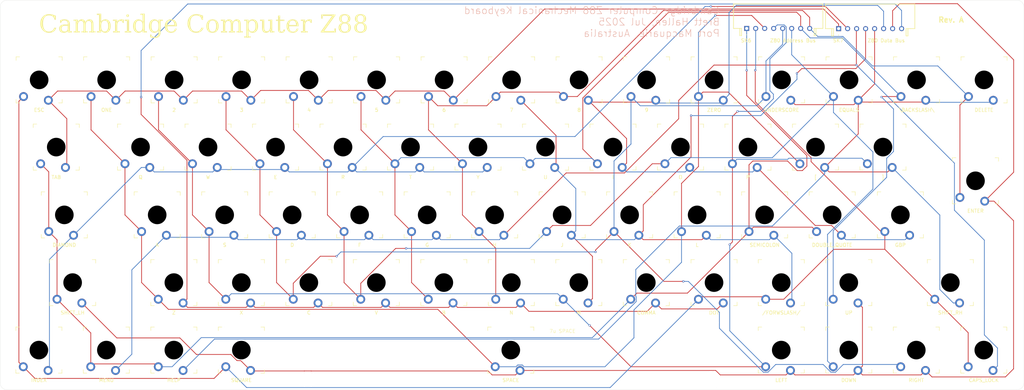
<source format=kicad_pcb>
(kicad_pcb (version 20241229) (generator "pcbnew") (generator_version "9.0")
  (title_block (title "Z88 Mechanical Keyboard (Inverted-T Cursor)") (date "4-Jul-2025") (rev "A") (company "Brett Hallen") (comment 1 "www.youtube.com/@Brfff"))
  (layers (0 "F.Cu" signal) (2 "B.Cu" signal) (13 "F.Paste" user) (15 "B.Paste" user) (5 "F.SilkS" user "F.Silkscreen") (7 "B.SilkS" user "B.Silkscreen") (1 "F.Mask" user) (3 "B.Mask" user) (25 "Edge.Cuts" user))
  (net 0 "")
  (net 1 "COL4")
  (net 2 "COL5")
  (net 3 "COL1")
  (net 4 "COL7")
  (net 5 "COL2")
  (net 6 "COL6")
  (net 7 "COL0")
  (net 8 "COL3")
  (net 9 "ROW4")
  (net 10 "ROW6")
  (net 11 "ROW5")
  (net 12 "ROW7")
  (net 13 "ROW1")
  (net 14 "ROW0")
  (net 15 "ROW3")
  (net 16 "ROW2")
  (footprint "Clueless_Engineer:SW_Gateron_LowProfile_THT" (layer "F.Cu") (at 198.3531 130.4488)
    (property "Reference" "SW32" (hide yes))
    (property "Value" "Y")
  )
  (footprint "Clueless_Engineer:SW_Gateron_LowProfile_THT" (layer "F.Cu") (at 160.2531 130.4488)
    (property "Reference" "SW30" (hide yes))
    (property "Value" "R")
  )
  (footprint "Clueless_Engineer:SW_Gateron_LowProfile_THT" (layer "F.Cu") (at 150.6794 111.4801)
    (property "Reference" "SW22" (hide yes))
    (property "Value" "4")
  )
  (footprint "Clueless_Engineer:SW_Gateron_LowProfile_THT" (layer "F.Cu") (at 164.9465 149.585)
    (property "Reference" "SW38" (hide yes))
    (property "Value" "F")
  )
  (footprint "PCM_Mounting_Keyboard_Stabilizer:Stabilizer_Cherry_MX_2.00u" (layer "F.Cu") (at 331.6706 168.6946)
    (property "Reference" "KB2" (hide yes))
    (property "Value" "" (hide yes))
  )
  (footprint "PCM_Mounting_Keyboard_Stabilizer:Stabilizer_Cherry_MX_7.00u" (layer "F.Cu") (at 207.4576 187.7446)
    (property "Reference" "KB4" (hide yes))
    (property "Value" "~")
  )
  (footprint "Clueless_Engineer:SW_Gateron_LowProfile_THT" (layer "F.Cu") (at 264.9794 111.4801)
    (property "Reference" "SW59" (hide yes))
    (property "Value" "ZERO")
  )
  (footprint "Clueless_Engineer:SW_Gateron_LowProfile_THT" (layer "F.Cu") (at 341.1794 111.4801)
    (property "Reference" "SW8" (hide yes))
    (property "Value" "DELETE")
  )
  (footprint "Clueless_Engineer:SW_Gateron_LowProfile_THT" (layer "F.Cu") (at 207.6076 187.7446)
    (property "Reference" "SW11" (hide yes))
    (property "Value" "SPACE")
  )
  (footprint "Clueless_Engineer:SW_Gateron_LowProfile_THT" (layer "F.Cu") (at 179.3031 130.4488)
    (property "Reference" "SW31" (hide yes))
    (property "Value" "T")
  )
  (footprint "Clueless_Engineer:SW_Gateron_LowProfile_THT" (layer "F.Cu") (at 131.5576 168.6946)
    (property "Reference" "SW44" (hide yes))
    (property "Value" "X")
  )
  (footprint "Clueless_Engineer:SW_Gateron_LowProfile_THT" (layer "F.Cu") (at 131.5576 187.7446)
    (property "Reference" "SW9" (hide yes))
    (property "Value" "SQUARE")
  )
  (footprint "Clueless_Engineer:SW_Gateron_LowProfile_THT" (layer "F.Cu") (at 93.5294 111.4801)
    (property "Reference" "SW19" (hide yes))
    (property "Value" "ONE")
  )
  (footprint "Clueless_Engineer:SW_Gateron_LowProfile_THT" (layer "F.Cu") (at 74.4076 187.7446)
    (property "Reference" "SW25" (hide yes))
    (property "Value" "INDEX")
  )
  (footprint "Clueless_Engineer:SW_Gateron_LowProfile_THT" (layer "F.Cu") (at 169.7294 111.4801)
    (property "Reference" "SW23" (hide yes))
    (property "Value" "5")
  )
  (footprint "Clueless_Engineer:SW_Gateron_LowProfile_THT" (layer "F.Cu") (at 81.59 149.585)
    (property "Reference" "SW26" (hide yes))
    (property "Value" "DIAMOND")
  )
  (footprint "Clueless_Engineer:55203148" (layer "F.Cu") (at 270.4681 96.9557)
    (property "Reference" "SK6" (hide yes))
    (property "Value" "Z80 Address Bus" (hide yes))
  )
  (footprint "Clueless_Engineer:SW_Gateron_LowProfile_THT" (layer "F.Cu") (at 303.0076 168.6946)
    (property "Reference" "SW15" (hide yes))
    (property "Value" "UP")
  )
  (footprint "Clueless_Engineer:SW_Gateron_LowProfile_THT" (layer "F.Cu") (at 317.5716 149.585)
    (property "Reference" "SW57" (hide yes))
    (property "Value" "GBP")
  )
  (footprint "Clueless_Engineer:SW_Gateron_LowProfile_THT" (layer "F.Cu") (at 312.6531 130.4488)
    (property "Reference" "SW4" (hide yes))
    (property "Value" "]")
  )
  (footprint "Clueless_Engineer:SW_Gateron_LowProfile_THT" (layer "F.Cu") (at 188.7076 168.6946)
    (property "Reference" "SW47" (hide yes))
    (property "Value" "B")
  )
  (footprint "Clueless_Engineer:SW_Gateron_LowProfile_THT" (layer "F.Cu") (at 283.9406 187.7446)
    (property "Reference" "SW12" (hide yes))
    (property "Value" "LEFT")
  )
  (footprint "Clueless_Engineer:SW_Gateron_LowProfile_THT" (layer "F.Cu") (at 298.3129 149.585)
    (property "Reference" "SW58" (hide yes))
    (property "Value" "DOUBLE_QUOTE")
  )
  (footprint "Clueless_Engineer:SW_Gateron_LowProfile_THT" (layer "F.Cu") (at 284.0294 111.4801)
    (property "Reference" "SW5" (hide yes))
    (property "Value" "UNDERSCORE")
  )
  (footprint "MountingHole:MountingHole_3.2mm_M3" (layer "F.Cu") (at 348.4681 92.9557)
    (property "Reference" "H2" (hide yes))
    (property "Value" "MountingHole" (hide yes))
  )
  (footprint "Clueless_Engineer:SW_Gateron_LowProfile_THT" (layer "F.Cu") (at 226.8076 168.6946)
    (property "Reference" "SW52" (hide yes))
    (property "Value" "M")
  )
  (footprint "Clueless_Engineer:SW_Gateron_LowProfile_THT" (layer "F.Cu") (at 283.9576 168.6946)
    (property "Reference" "SW49" (hide yes))
    (property "Value" "/FORWSLASH/")
  )
  (footprint "Clueless_Engineer:SW_Gateron_LowProfile_THT" (layer "F.Cu") (at 322.0576 187.7446)
    (property "Reference" "SW13" (hide yes))
    (property "Value" "RIGHT")
  )
  (footprint "PCM_Mounting_Keyboard_Stabilizer:Stabilizer_Cherry_MX_2.00u" (layer "F.Cu") (at 83.8686 168.6796)
    (property "Reference" "KB1" (hide yes))
    (property "Value" "~")
  )
  (footprint "Clueless_Engineer:SW_Gateron_LowProfile_THT" (layer "F.Cu") (at 279.2465 149.585)
    (property "Reference" "SW50" (hide yes))
    (property "Value" "SEMICOLON")
  )
  (footprint "Clueless_Engineer:SW_Gateron_LowProfile_THT" (layer "F.Cu") (at 131.6294 111.4801)
    (property "Reference" "SW21" (hide yes))
    (property "Value" "3")
  )
  (footprint "Clueless_Engineer:SW_Gateron_LowProfile_THT" (layer "F.Cu") (at 226.8794 111.4801)
    (property "Reference" "SW64" (hide yes))
    (property "Value" "8")
  )
  (footprint "Clueless_Engineer:SW_Gateron_LowProfile_THT" (layer "F.Cu") (at 245.8576 168.6946)
    (property "Reference" "SW42" (hide yes))
    (property "Value" "COMMA")
  )
  (footprint "Clueless_Engineer:SW_Gateron_LowProfile_THT" (layer "F.Cu") (at 274.5531 130.4488)
    (property "Reference" "SW60" (hide yes))
    (property "Value" "P")
  )
  (footprint "Clueless_Engineer:SW_Gateron_LowProfile_THT" (layer "F.Cu") (at 103.1031 130.4488)
    (property "Reference" "SW27" (hide yes))
    (property "Value" "Q")
  )
  (footprint "Clueless_Engineer:55203148" (layer "F.Cu") (at 296.4681 96.9557)
    (property "Reference" "SK7" (hide yes))
    (property "Value" "Z80 Data Bus" (hide yes))
  )
  (footprint "Clueless_Engineer:SW_Gateron_LowProfile_THT" (layer "F.Cu") (at 74.4794 111.4801)
    (property "Reference" "SW17" (hide yes))
    (property "Value" "ESC")
  )
  (footprint "Clueless_Engineer:SW_Gateron_LowProfile_THT" (layer "F.Cu") (at 331.6706 168.6946)
    (property "Reference" "SW1" (hide yes))
    (property "Value" "SHIFT_RH")
  )
  (footprint "Clueless_Engineer:SW_Gateron_LowProfile_THT" (layer "F.Cu") (at 236.4531 130.4488)
    (property "Reference" "SW63" (hide yes))
    (property "Value" "I")
  )
  (footprint "Clueless_Engineer:SW_Gateron_LowProfile_THT" (layer "F.Cu") (at 188.7794 111.4801)
    (property "Reference" "SW24" (hide yes))
    (property "Value" "6")
  )
  (footprint "Clueless_Engineer:SW_Gateron_LowProfile_THT" (layer "F.Cu") (at 207.8294 111.4801)
    (property "Reference" "SW56" (hide yes))
    (property "Value" "7")
  )
  (footprint "Clueless_Engineer:SW_Gateron_LowProfile_THT" (layer "F.Cu") (at 260.1965 149.585)
    (property "Reference" "SW51" (hide yes))
    (property "Value" "L")
  )
  (footprint "Clueless_Engineer:SW_Gateron_LowProfile_THT" (layer "F.Cu") (at 245.9294 111.4801)
    (property "Reference" "SW61" (hide yes))
    (property "Value" "9")
  )
  (footprint "MountingHole:MountingHole_3.2mm_M3" (layer "F.Cu") (at 67.4681 92.9557)
    (property "Reference" "H1" (hide yes))
    (property "Value" "MountingHole" (hide yes))
  )
  (footprint "Clueless_Engineer:SW_Gateron_LowProfile_THT" (layer "F.Cu") (at 264.9716 168.6946)
    (property "Reference" "SW41" (hide yes))
    (property "Value" "DOT")
  )
  (footprint "Clueless_Engineer:SW_Gateron_LowProfile_THT" (layer "F.Cu") (at 255.5031 130.4488)
    (property "Reference" "SW62" (hide yes))
    (property "Value" "O")
  )
  (footprint "Clueless_Engineer:SW_Gateron_LowProfile_THT" (layer "F.Cu") (at 183.9965 149.585)
    (property "Reference" "SW39" (hide yes))
    (property "Value" "G")
  )
  (footprint "PCM_Mounting_Keyboard_Stabilizer:Stabilizer_Cherry_MX_2.00u" (layer "F.Cu") (at 338.7056 140.022 90)
    (property "Reference" "KB3" (hide yes))
    (property "Value" "~" (hide yes))
  )
  (footprint "Clueless_Engineer:SW_Gateron_LowProfile_THT" (layer "F.Cu") (at 141.2031 130.4488)
    (property "Reference" "SW29" (hide yes))
    (property "Value" "E")
  )
  (footprint "Clueless_Engineer:SW_Gateron_LowProfile_THT" (layer "F.Cu") (at 79.3063 130.4488)
    (property "Reference" "SW18" (hide yes))
    (property "Value" "TAB")
  )
  (footprint "Clueless_Engineer:SW_Gateron_LowProfile_THT" (layer "F.Cu") (at 338.7701 139.96)
    (property "Reference" "SW16" (hide yes))
    (property "Value" "ENTER")
  )
  (footprint "Clueless_Engineer:SW_Gateron_LowProfile_THT" (layer "F.Cu") (at 203.0465 149.585)
    (property "Reference" "SW40" (hide yes))
    (property "Value" "H")
  )
  (footprint "Clueless_Engineer:SW_Gateron_LowProfile_THT" (layer "F.Cu") (at 93.4529 187.7446)
    (property "Reference" "SW34" (hide yes))
    (property "Value" "MENU")
  )
  (footprint "Clueless_Engineer:SW_Gateron_LowProfile_THT" (layer "F.Cu") (at 322.1294 111.4801)
    (property "Reference" "SW7" (hide yes))
    (property "Value" "\\BACKSLASH\\")
  )
  (footprint "Clueless_Engineer:SW_Gateron_LowProfile_THT" (layer "F.Cu") (at 341.1106 187.7446)
    (property "Reference" "SW33" (hide yes))
    (property "Value" "CAPS_LOCK")
  )
  (footprint "Clueless_Engineer:SW_Gateron_LowProfile_THT" (layer "F.Cu") (at 107.7965 149.585)
    (property "Reference" "SW35" (hide yes))
    (property "Value" "A")
  )
  (footprint "Clueless_Engineer:SW_Gateron_LowProfile_THT" (layer "F.Cu") (at 222.0965 149.585)
    (property "Reference" "SW54" (hide yes))
    (property "Value" "J")
  )
  (footprint "Clueless_Engineer:SW_Gateron_LowProfile_THT" (layer "F.Cu") (at 112.5794 111.4801)
    (property "Reference" "SW20" (hide yes))
    (property "Value" "2")
  )
  (footprint "Clueless_Engineer:SW_Gateron_LowProfile_THT" (layer "F.Cu") (at 112.5076 187.7446)
    (property "Reference" "SW2" (hide yes))
    (property "Value" "HELP")
  )
  (footprint "Clueless_Engineer:SW_Gateron_LowProfile_THT" (layer "F.Cu") (at 241.1465 149.585)
    (property "Reference" "SW53" (hide yes))
    (property "Value" "K")
  )
  (footprint "Clueless_Engineer:SW_Gateron_LowProfile_THT" (layer "F.Cu") (at 122.1531 130.4488)
    (property "Reference" "SW28" (hide yes))
    (property "Value" "W")
  )
  (footprint "Clueless_Engineer:SW_Gateron_LowProfile_THT" (layer "F.Cu") (at 112.5076 168.6946)
    (property "Reference" "SW43" (hide yes))
    (property "Value" "Z")
  )
  (footprint "Clueless_Engineer:SW_Gateron_LowProfile_THT" (layer "F.Cu") (at 303.0794 111.4801)
    (property "Reference" "SW6" (hide yes))
    (property "Value" "EQUALS")
  )
  (footprint "Clueless_Engineer:SW_Gateron_LowProfile_THT" (layer "F.Cu") (at 83.9306 168.6946)
    (property "Reference" "SW10" (hide yes))
    (property "Value" "SHIFT_LH")
  )
  (footprint "Clueless_Engineer:SW_Gateron_LowProfile_THT" (layer "F.Cu") (at 217.4031 130.4488)
    (property "Reference" "SW55" (hide yes))
    (property "Value" "U")
  )
  (footprint "Clueless_Engineer:SW_Gateron_LowProfile_THT" (layer "F.Cu") (at 207.7576 168.6946)
    (property "Reference" "SW48" (hide yes))
    (property "Value" "N")
  )
  (footprint "Clueless_Engineer:SW_Gateron_LowProfile_THT" (layer "F.Cu") (at 169.6576 168.6946)
    (property "Reference" "SW46" (hide yes))
    (property "Value" "V")
  )
  (footprint "Clueless_Engineer:SW_Gateron_LowProfile_THT" (layer "F.Cu") (at 145.8965 149.585)
    (property "Reference" "SW37" (hide yes))
    (property "Value" "D")
  )
  (footprint "Clueless_Engineer:SW_Gateron_LowProfile_THT" (layer "F.Cu") (at 293.6031 130.4488)
    (property "Reference" "SW3" (hide yes))
    (property "Value" "[")
  )
  (footprint "Clueless_Engineer:SW_Gateron_LowProfile_THT" (layer "F.Cu") (at 150.6076 168.6946)
    (property "Reference" "SW45" (hide yes))
    (property "Value" "C")
  )
  (footprint "Clueless_Engineer:SW_Gateron_LowProfile_THT" (layer "F.Cu") (at 303.0076 187.7446)
    (property "Reference" "SW14" (hide yes))
    (property "Value" "DOWN")
  )
  (footprint "Clueless_Engineer:SW_Gateron_LowProfile_THT" (layer "F.Cu") (at 126.8465 149.585)
    (property "Reference" "SW36" (hide yes))
    (property "Value" "S")
  )
  (gr_arc (start 63.456986 90.955654) (mid 64.042772 89.54144) (end 65.456986 88.955654) (stroke (width 0.05)) (layer "Edge.Cuts"))
  (gr_line (start 63.456986 196.955654) (end 63.456986 90.955654) (stroke (width 0.05)) (layer "Edge.Cuts"))
  (gr_arc (start 350.456986 88.955654) (mid 351.871225 89.541433) (end 352.456986 90.955654) (stroke (width 0.05)) (layer "Edge.Cuts"))
  (gr_line (start 65.456986 88.955654) (end 350.456986 88.955654) (stroke (width 0.05)) (layer "Edge.Cuts"))
  (gr_line (start 350.456986 198.955654) (end 65.456986 198.955654) (stroke (width 0.05)) (layer "Edge.Cuts"))
  (gr_arc (start 352.456986 196.955654) (mid 351.8712 198.369868) (end 350.456986 198.955654) (stroke (width 0.05)) (layer "Edge.Cuts"))
  (gr_line (start 352.456986 90.955654) (end 352.456986 196.955654) (stroke (width 0.05)) (layer "Edge.Cuts"))
  (gr_arc (start 65.456986 198.955654) (mid 64.042771 198.369869) (end 63.456986 196.955654) (stroke (width 0.05)) (layer "Edge.Cuts"))
  (gr_text "Rev. A" (at 328.1576 95.4046 0) (layer "F.SilkS") (effects (font (size 1.5 1.5) (thickness 0.3) (bold yes)) (justify left bottom)))
  (gr_text "Cambridge Computer Z88" (at 74.4076 98.955654 0) (layer "F.SilkS") (effects (font (size 5 5) (thickness 0.1)) (justify left bottom)))
  (gr_text "7u SPACE" (at 218.456986 182.957836 0) (layer "F.SilkS") (effects (font (size 1 1) (thickness 0.1)) (justify left bottom)))
  (gr_text "SK6       Z80 Address Bus" (at 272.468125 100.955654 0) (layer "F.SilkS") (effects (font (size 1 1)) (justify left bottom)))
  (gr_text "SK7         Z80 Data Bus" (at 298.468125 100.955654 0) (layer "F.SilkS") (effects (font (size 1 1)) (justify left bottom)))
  (gr_text "Cambridge Computer Z88 Mechanical Keyboard\nBrett Hallen, Jul 2025\nPort Macquarie, Australia" (at 266.697594 99.498058 0) (layer "B.SilkS") (effects (font (size 2 2)) (justify left bottom mirror)))
  (segment (start 250.8061 168.3446) (end 256.2976 168.3446) (width 0.2) (layer "F.Cu") (net 1))
  (segment (start 136.8031 149.5916) (end 141.4965 154.285) (width 0.2) (layer "F.Cu") (net 1))
  (segment (start 127.2294 116.1801) (end 127.2294 125.5751) (width 0.2) (layer "F.Cu") (net 1))
  (segment (start 127.2294 125.5751) (end 136.8031 135.1488) (width 0.2) (layer "F.Cu") (net 1))
  (segment (start 136.8031 135.1488) (end 136.8031 149.5916) (width 0.2) (layer "F.Cu") (net 1))
  (segment (start 141.4965 168.6835) (end 146.2076 173.3946) (width 0.2) (layer "F.Cu") (net 1))
  (segment (start 231.5276 160.0346) (end 231.5276 159.5039) (width 0.2) (layer "F.Cu") (net 1))
  (segment (start 146.2076 173.3946) (end 146.2076 168.8859) (width 0.2) (layer "F.Cu") (net 1))
  (segment (start 146.2076 168.8859) (end 153.8389 161.2546) (width 0.2) (layer "F.Cu") (net 1))
  (segment (start 141.4965 154.285) (end 141.4965 168.6835) (width 0.2) (layer "F.Cu") (net 1))
  (segment (start 231.5276 159.5039) (end 236.7465 154.285) (width 0.2) (layer "F.Cu") (net 1))
  (segment (start 153.8389 161.2546) (end 158.4376 161.2546) (width 0.2) (layer "F.Cu") (net 1))
  (segment (start 236.7465 154.285) (end 250.8061 168.3446) (width 0.2) (layer "F.Cu") (net 1))
  (via (at 158.4376 161.2546) (size 0.6) (drill 0.3) (layers "F.Cu" "B.Cu") (net 1))
  (via (at 256.2976 168.3446) (size 0.6) (drill 0.3) (layers "F.Cu" "B.Cu") (net 1))
  (via (at 231.5276 160.0346) (size 0.6) (drill 0.3) (layers "F.Cu" "B.Cu") (net 1))
  (segment (start 236.7465 134.3641) (end 241.5294 129.5812) (width 0.2) (layer "B.Cu") (net 1))
  (segment (start 277.0284 118.7811) (end 279.6294 116.1801) (width 0.2) (layer "B.Cu") (net 1))
  (segment (start 241.5294 116.1801) (end 244.1304 118.7811) (width 0.2) (layer "B.Cu") (net 1))
  (segment (start 159.6576 160.0346) (end 231.5276 160.0346) (width 0.2) (layer "B.Cu") (net 1))
  (segment (start 244.1304 118.7811) (end 277.0284 118.7811) (width 0.2) (layer "B.Cu") (net 1))
  (segment (start 317.6576 192.4446) (end 317.015154 191.802154) (width 0.2) (layer "B.Cu") (net 1))
  (segment (start 280.183046 193.9956) (end 278.898154 193.9956) (width 0.2) (layer "B.Cu") (net 1))
  (segment (start 266.4826 181.580046) (end 266.4826 177.112154) (width 0.2) (layer "B.Cu") (net 1))
  (segment (start 317.015154 191.802154) (end 301.443492 191.802154) (width 0.2) (layer "B.Cu") (net 1))
  (segment (start 297.965154 193.9956) (end 295.771708 191.802154) (width 0.2) (layer "B.Cu") (net 1))
  (segment (start 282.376492 191.802154) (end 280.183046 193.9956) (width 0.2) (layer "B.Cu") (net 1))
  (segment (start 301.443492 191.802154) (end 299.250046 193.9956) (width 0.2) (layer "B.Cu") (net 1))
  (segment (start 279.6294 106.1328) (end 284.3481 101.4141) (width 0.2) (layer "B.Cu") (net 1))
  (segment (start 241.5294 129.5812) (end 241.5294 116.1801) (width 0.2) (layer "B.Cu") (net 1))
  (segment (start 278.898154 193.9956) (end 266.4826 181.580046) (width 0.2) (layer "B.Cu") (net 1))
  (segment (start 257.715046 168.3446) (end 256.2976 168.3446) (width 0.2) (layer "B.Cu") (net 1))
  (segment (start 266.4826 177.112154) (end 257.715046 168.3446) (width 0.2) (layer "B.Cu") (net 1))
  (segment (start 279.6294 116.1801) (end 279.6294 106.1328) (width 0.2) (layer "B.Cu") (net 1))
  (segment (start 295.771708 191.802154) (end 282.376492 191.802154) (width 0.2) (layer "B.Cu") (net 1))
  (segment (start 299.250046 193.9956) (end 297.965154 193.9956) (width 0.2) (layer "B.Cu") (net 1))
  (segment (start 236.7465 154.285) (end 236.7465 134.3641) (width 0.2) (layer "B.Cu") (net 1))
  (segment (start 158.4376 161.2546) (end 159.6576 160.0346) (width 0.2) (layer "B.Cu") (net 1))
  (segment (start 284.3481 101.4141) (end 284.3481 96.9557) (width 0.2) (layer "B.Cu") (net 1))
  (segment (start 251.1031 135.1488) (end 247.5334 135.1488) (width 0.2) (layer "F.Cu") (net 2))
  (segment (start 155.8531 135.1488) (end 155.8531 149.5916) (width 0.2) (layer "F.Cu") (net 2))
  (segment (start 230.1212 152.561) (end 219.4205 152.561) (width 0.2) (layer "F.Cu") (net 2))
  (segment (start 160.5465 154.285) (end 160.5465 168.6835) (width 0.2) (layer "F.Cu") (net 2))
  (segment (start 219.4205 152.561) (end 217.6965 154.285) (width 0.2) (layer "F.Cu") (net 2))
  (segment (start 175.1089 159.0346) (end 178.0576 159.0346) (width 0.2) (layer "F.Cu") (net 2))
  (segment (start 160.5465 168.6835) (end 165.2576 173.3946) (width 0.2) (layer "F.Cu") (net 2))
  (segment (start 165.2576 173.3946) (end 165.2576 168.8859) (width 0.2) (layer "F.Cu") (net 2))
  (segment (start 146.2794 116.1801) (end 146.2794 125.5751) (width 0.2) (layer "F.Cu") (net 2))
  (segment (start 146.2794 125.5751) (end 155.8531 135.1488) (width 0.2) (layer "F.Cu") (net 2))
  (segment (start 247.5334 135.1488) (end 230.1212 152.561) (width 0.2) (layer "F.Cu") (net 2))
  (segment (start 165.2576 168.8859) (end 175.1089 159.0346) (width 0.2) (layer "F.Cu") (net 2))
  (segment (start 155.8531 149.5916) (end 160.5465 154.285) (width 0.2) (layer "F.Cu") (net 2))
  (via (at 178.0576 159.0346) (size 0.6) (drill 0.3) (layers "F.Cu" "B.Cu") (net 2))
  (segment (start 286.8881 96.9557) (end 286.8881 104.3888) (width 0.2) (layer "B.Cu") (net 2))
  (segment (start 178.0576 159.0346) (end 212.9469 159.0346) (width 0.2) (layer "B.Cu") (net 2))
  (segment (start 298.6794 120.6838) (end 298.6794 116.1801) (width 0.2) (layer "B.Cu") (net 2))
  (segment (start 212.9469 159.0346) (end 217.6965 154.285) (width 0.2) (layer "B.Cu") (net 2))
  (segment (start 297.0076 155.099) (end 309.8041 142.3025) (width 0.2) (layer "B.Cu") (net 2))
  (segment (start 286.8881 104.3888) (end 298.6794 116.1801) (width 0.2) (layer "B.Cu") (net 2))
  (segment (start 297.0076 190.8446) (end 297.0076 155.099) (width 0.2) (layer "B.Cu") (net 2))
  (segment (start 252.8271 133.4248) (end 281.4347 133.4248) (width 0.2) (layer "B.Cu") (net 2))
  (segment (start 309.8041 131.8085) (end 298.6794 120.6838) (width 0.2) (layer "B.Cu") (net 2))
  (segment (start 309.8041 142.3025) (end 309.8041 131.8085) (width 0.2) (layer "B.Cu") (net 2))
  (segment (start 298.6076 192.4446) (end 297.0076 190.8446) (width 0.2) (layer "B.Cu") (net 2))
  (segment (start 251.1031 135.1488) (end 252.8271 133.4248) (width 0.2) (layer "B.Cu") (net 2))
  (segment (start 281.4347 133.4248) (end 298.6794 116.1801) (width 0.2) (layer "B.Cu") (net 2))
  (segment (start 291.1676 132.8446) (end 291.1676 135.8246) (width 0.2) (layer "F.Cu") (net 3))
  (segment (start 289.9076 137.0846) (end 288.4276 137.0846) (width 0.2) (layer "F.Cu") (net 3))
  (segment (start 77.19 137.4325) (end 74.9063 135.1488) (width 0.2) (layer "F.Cu") (net 3))
  (segment (start 285.7176 134.3746) (end 275.9176 134.3746) (width 0.2) (layer "F.Cu") (net 3))
  (segment (start 288.4276 137.0846) (end 285.7176 134.3746) (width 0.2) (layer "F.Cu") (net 3))
  (segment (start 89.8629 191.6346) (end 107.2976 191.6346) (width 0.2) (layer "F.Cu") (net 3))
  (segment (start 243.1816 171.6706) (end 257.4609 171.6706) (width 0.2) (layer "F.Cu") (net 3))
  (segment (start 274.1881 108.7751) (end 274.1881 115.8651) (width 0.2) (layer "F.Cu") (net 3))
  (segment (start 89.0529 192.4446) (end 89.8629 191.6346) (width 0.2) (layer "F.Cu") (net 3))
  (segment (start 257.4609 171.6706) (end 274.8465 154.285) (width 0.2) (layer "F.Cu") (net 3))
  (segment (start 89.0529 192.4446) (end 89.0529 182.9169) (width 0.2) (layer "F.Cu") (net 3))
  (segment (start 275.9176 134.3746) (end 274.8465 135.4457) (width 0.2) (layer "F.Cu") (net 3))
  (segment (start 276.0769 153.0546) (end 292.6825 153.0546) (width 0.2) (layer "F.Cu") (net 3))
  (segment (start 107.2976 191.6346) (end 108.1076 192.4446) (width 0.2) (layer "F.Cu") (net 3))
  (segment (start 274.1881 115.8651) (end 291.1676 132.8446) (width 0.2) (layer "F.Cu") (net 3))
  (segment (start 79.5306 173.3946) (end 79.5306 156.6256) (width 0.2) (layer "F.Cu") (net 3))
  (segment (start 292.6825 153.0546) (end 293.9129 154.285) (width 0.2) (layer "F.Cu") (net 3))
  (segment (start 274.8465 154.285) (end 276.0769 153.0546) (width 0.2) (layer "F.Cu") (net 3))
  (segment (start 291.1676 135.8246) (end 289.9076 137.0846) (width 0.2) (layer "F.Cu") (net 3))
  (segment (start 77.19 154.285) (end 77.19 137.4325) (width 0.2) (layer "F.Cu") (net 3))
  (segment (start 79.5306 156.6256) (end 77.19 154.285) (width 0.2) (layer "F.Cu") (net 3))
  (segment (start 241.4576 173.3946) (end 243.1816 171.6706) (width 0.2) (layer "F.Cu") (net 3))
  (segment (start 89.0529 182.9169) (end 79.5306 173.3946) (width 0.2) (layer "F.Cu") (net 3))
  (segment (start 274.8465 135.4457) (end 274.8465 154.285) (width 0.2) (layer "F.Cu") (net 3))
  (via (at 274.1881 108.7751) (size 0.6) (drill 0.3) (layers "F.Cu" "B.Cu") (net 3))
  (segment (start 108.1076 192.4446) (end 112.0163 192.4446) (width 0.2) (layer "B.Cu") (net 3))
  (segment (start 230.6176 184.2346) (end 241.4576 173.3946) (width 0.2) (layer "B.Cu") (net 3))
  (segment (start 112.0163 192.4446) (end 120.2263 184.2346) (width 0.2) (layer "B.Cu") (net 3))
  (segment (start 274.1881 108.7751) (end 274.1881 96.9557) (width 0.2) (layer "B.Cu") (net 3))
  (segment (start 120.2263 184.2346) (end 230.6176 184.2346) (width 0.2) (layer "B.Cu") (net 3))
  (segment (start 226.3881 116.1801) (end 250.6826 91.8856) (width 0.2) (layer "F.Cu") (net 4))
  (segment (start 291.9681 93.8751) (end 291.9681 96.9557) (width 0.2) (layer "F.Cu") (net 4))
  (segment (start 203.4294 116.1801) (end 200.8284 118.7811) (width 0.2) (layer "F.Cu") (net 4))
  (segment (start 334.3701 118.5894) (end 336.7794 116.1801) (width 0.2) (layer "F.Cu") (net 4))
  (segment (start 334.3701 144.66) (end 334.3701 118.5894) (width 0.2) (layer "F.Cu") (net 4))
  (segment (start 203.3576 158.9961) (end 198.6465 154.285) (width 0.2) (layer "F.Cu") (net 4))
  (segment (start 193.9531 149.5916) (end 198.6465 154.285) (width 0.2) (layer "F.Cu") (net 4))
  (segment (start 204.679399 114.930101) (end 221.229401 114.930101) (width 0.2) (layer "F.Cu") (net 4))
  (segment (start 203.4294 116.1801) (end 204.679399 114.930101) (width 0.2) (layer "F.Cu") (net 4))
  (segment (start 289.9786 91.8856) (end 291.9681 93.8751) (width 0.2) (layer "F.Cu") (net 4))
  (segment (start 184.3794 116.1801) (end 184.3794 125.5751) (width 0.2) (layer "F.Cu") (net 4))
  (segment (start 250.6826 91.8856) (end 289.9786 91.8856) (width 0.2) (layer "F.Cu") (net 4))
  (segment (start 200.8284 118.7811) (end 186.9804 118.7811) (width 0.2) (layer "F.Cu") (net 4))
  (segment (start 184.3794 125.5751) (end 193.9531 135.1488) (width 0.2) (layer "F.Cu") (net 4))
  (segment (start 186.9804 118.7811) (end 184.3794 116.1801) (width 0.2) (layer "F.Cu") (net 4))
  (segment (start 222.4794 116.1801) (end 226.3881 116.1801) (width 0.2) (layer "F.Cu") (net 4))
  (segment (start 203.3576 173.3946) (end 203.3576 158.9961) (width 0.2) (layer "F.Cu") (net 4))
  (segment (start 193.9531 135.1488) (end 193.9531 149.5916) (width 0.2) (layer "F.Cu") (net 4))
  (segment (start 221.229401 114.930101) (end 222.4794 116.1801) (width 0.2) (layer "F.Cu") (net 4))
  (segment (start 291.9681 96.9557) (end 294.236 99.2236) (width 0.2) (layer "B.Cu") (net 4))
  (segment (start 301.5749 99.4585) (end 309.661 107.5446) (width 0.2) (layer "B.Cu") (net 4))
  (segment (start 301.34 99.2236) (end 301.5749 99.4585) (width 0.2) (layer "B.Cu") (net 4))
  (segment (start 294.236 99.2236) (end 301.0078 99.2236) (width 0.2) (layer "B.Cu") (net 4))
  (segment (start 301.0078 99.2236) (end 301.34 99.2236) (width 0.2) (layer "B.Cu") (net 4))
  (segment (start 309.661 107.5446) (end 328.1439 107.5446) (width 0.2) (layer "B.Cu") (net 4))
  (segment (start 328.1439 107.5446) (end 336.7794 116.1801) (width 0.2) (layer "B.Cu") (net 4))
  (segment (start 98.7031 149.5916) (end 103.3965 154.285) (width 0.2) (layer "F.Cu") (net 5))
  (segment (start 265.3376 93.2946) (end 275.607 93.2946) (width 0.2) (layer "F.Cu") (net 5))
  (segment (start 260.5794 135.915946) (end 255.7965 140.698846) (width 0.2) (layer "F.Cu") (net 5))
  (segment (start 98.7031 135.1488) (end 98.7031 149.5916) (width 0.2) (layer "F.Cu") (net 5))
  (segment (start 255.7965 140.698846) (end 255.7965 154.285) (width 0.2) (layer "F.Cu") (net 5))
  (segment (start 89.1294 116.1801) (end 89.1294 125.5751) (width 0.2) (layer "F.Cu") (net 5))
  (segment (start 110.9476 176.2346) (end 186.9976 176.2346) (width 0.2) (layer "F.Cu") (net 5))
  (segment (start 260.5794 116.1801) (end 261.829399 114.930101) (width 0.2) (layer "F.Cu") (net 5))
  (segment (start 103.3965 168.6835) (end 108.1076 173.3946) (width 0.2) (layer "F.Cu") (net 5))
  (segment (start 186.9976 176.2346) (end 203.2076 192.4446) (width 0.2) (layer "F.Cu") (net 5))
  (segment (start 261.829399 114.930101) (end 268.984401 114.930101) (width 0.2) (layer "F.Cu") (net 5))
  (segment (start 268.984401 114.930101) (end 289.2031 135.1488) (width 0.2) (layer "F.Cu") (net 5))
  (segment (start 260.5794 116.1801) (end 260.5794 135.915946) (width 0.2) (layer "F.Cu") (net 5))
  (segment (start 108.1076 173.3946) (end 110.9476 176.2346) (width 0.2) (layer "F.Cu") (net 5))
  (segment (start 275.607 93.2946) (end 279.2681 96.9557) (width 0.2) (layer "F.Cu") (net 5))
  (segment (start 103.3965 154.285) (end 103.3965 168.6835) (width 0.2) (layer "F.Cu") (net 5))
  (segment (start 89.1294 125.5751) (end 98.7031 135.1488) (width 0.2) (layer "F.Cu") (net 5))
  (via (at 265.3376 93.2946) (size 0.6) (drill 0.3) (layers "F.Cu" "B.Cu") (net 5))
  (segment (start 209.064154 192.4446) (end 209.565154 191.9436) (width 0.2) (layer "B.Cu") (net 5))
  (segment (start 211.351046 192.4446) (end 234.1876 192.4446) (width 0.2) (layer "B.Cu") (net 5))
  (segment (start 260.5794 98.0528) (end 265.3376 93.2946) (width 0.2) (layer "B.Cu") (net 5))
  (segment (start 209.565154 191.9436) (end 210.850046 191.9436) (width 0.2) (layer "B.Cu") (net 5))
  (segment (start 234.1876 192.4446) (end 242.3643 184.2679) (width 0.2) (layer "B.Cu") (net 5))
  (segment (start 260.5794 116.1801) (end 260.5794 98.0528) (width 0.2) (layer "B.Cu") (net 5))
  (segment (start 203.2076 192.4446) (end 209.064154 192.4446) (width 0.2) (layer "B.Cu") (net 5))
  (segment (start 242.3643 184.2679) (end 242.3643 176.3966) (width 0.2) (layer "B.Cu") (net 5))
  (segment (start 210.850046 191.9436) (end 211.351046 192.4446) (width 0.2) (layer "B.Cu") (net 5))
  (segment (start 255.7965 162.9644) (end 255.7965 154.285) (width 0.2) (layer "B.Cu") (net 5))
  (segment (start 242.3643 176.3966) (end 255.7965 162.9644) (width 0.2) (layer "B.Cu") (net 5))
  (segment (start 289.4281 93.7551) (end 289.4281 96.9557) (width 0.2) (layer "F.Cu") (net 6))
  (segment (start 252.131454 92.3846) (end 288.2876 92.3846) (width 0.2) (layer "F.Cu") (net 6))
  (segment (start 289.4281 93.5251) (end 289.4281 93.7551) (width 0.2) (layer "F.Cu") (net 6))
  (segment (start 232.0531 135.1488) (end 227.9284 131.0241) (width 0.2) (layer "F.Cu") (net 6))
  (segment (start 227.9284 131.0241) (end 227.9284 116.587654) (width 0.2) (layer "F.Cu") (net 6))
  (segment (start 179.5965 154.285) (end 179.5965 168.6835) (width 0.2) (layer "F.Cu") (net 6))
  (segment (start 174.9031 149.5916) (end 179.5965 154.285) (width 0.2) (layer "F.Cu") (net 6))
  (segment (start 165.3294 125.5751) (end 174.9031 135.1488) (width 0.2) (layer "F.Cu") (net 6))
  (segment (start 179.5965 168.6835) (end 184.3076 173.3946) (width 0.2) (layer "F.Cu") (net 6))
  (segment (start 165.3294 116.1801) (end 165.3294 125.5751) (width 0.2) (layer "F.Cu") (net 6))
  (segment (start 227.9284 116.587654) (end 252.131454 92.3846) (width 0.2) (layer "F.Cu") (net 6))
  (segment (start 288.2876 92.3846) (end 289.4281 93.5251) (width 0.2) (layer "F.Cu") (net 6))
  (segment (start 312.3821 116.1801) (end 317.7294 116.1801) (width 0.2) (layer "F.Cu") (net 6))
  (segment (start 312.2476 116.3146) (end 312.3821 116.1801) (width 0.2) (layer "F.Cu") (net 6))
  (segment (start 174.9031 135.1488) (end 174.9031 149.5916) (width 0.2) (layer "F.Cu") (net 6))
  (via (at 312.2476 116.3146) (size 0.6) (drill 0.3) (layers "F.Cu" "B.Cu") (net 6))
  (segment (start 174.9031 135.1488) (end 176.6271 133.4248) (width 0.2) (layer "B.Cu") (net 6))
  (segment (start 301.1739 99.6246) (end 317.7294 116.1801) (width 0.2) (layer "B.Cu") (net 6))
  (segment (start 230.5489 133.6446) (end 232.0531 135.1488) (width 0.2) (layer "B.Cu") (net 6))
  (segment (start 211.2791 133.4248) (end 213.0031 135.1488) (width 0.2) (layer "B.Cu") (net 6))
  (segment (start 214.5073 133.6446) (end 230.5489 133.6446) (width 0.2) (layer "B.Cu") (net 6))
  (segment (start 315.6291 131.6815) (end 315.6291 119.6961) (width 0.2) (layer "B.Cu") (net 6))
  (segment (start 298.6076 173.3946) (end 298.6076 154.0661) (width 0.2) (layer "B.Cu") (net 6))
  (segment (start 176.6271 133.4248) (end 211.2791 133.4248) (width 0.2) (layer "B.Cu") (net 6))
  (segment (start 298.6076 154.0661) (end 313.7021 138.9716) (width 0.2) (layer "B.Cu") (net 6))
  (segment (start 313.7021 138.9716) (end 313.7021 133.6085) (width 0.2) (layer "B.Cu") (net 6))
  (segment (start 315.6291 119.6961) (end 312.2476 116.3146) (width 0.2) (layer "B.Cu") (net 6))
  (segment (start 213.0031 135.1488) (end 214.5073 133.6446) (width 0.2) (layer "B.Cu") (net 6))
  (segment (start 313.7021 133.6085) (end 315.6291 131.6815) (width 0.2) (layer "B.Cu") (net 6))
  (segment (start 289.4281 96.9557) (end 292.097 99.6246) (width 0.2) (layer "B.Cu") (net 6))
  (segment (start 292.097 99.6246) (end 301.1739 99.6246) (width 0.2) (layer "B.Cu") (net 6))
  (segment (start 261.2716 172.6946) (end 260.5716 173.3946) (width 0.2) (layer "F.Cu") (net 7))
  (segment (start 298.7566 159.2956) (end 313.1716 159.2956) (width 0.2) (layer "F.Cu") (net 7))
  (segment (start 73.2976 195.7346) (end 123.8676 195.7346) (width 0.2) (layer "F.Cu") (net 7))
  (segment (start 279.5576 173.3946) (end 278.8576 172.6946) (width 0.2) (layer "F.Cu") (net 7))
  (segment (start 279.5576 173.3946) (end 284.6576 173.3946) (width 0.2) (layer "F.Cu") (net 7))
  (segment (start 123.8676 195.7346) (end 127.1576 192.4446) (width 0.2) (layer "F.Cu") (net 7))
  (segment (start 336.7106 192.4446) (end 336.7106 182.8346) (width 0.2) (layer "F.Cu") (net 7))
  (segment (start 292.3704 134.559546) (end 292.3704 133.4248) (width 0.2) (layer "F.Cu") (net 7))
  (segment (start 327.2706 173.3946) (end 313.1716 159.2956) (width 0.2) (layer "F.Cu") (net 7))
  (segment (start 276.6076 117.662) (end 276.6076 108.7446) (width 0.2) (layer "F.Cu") (net 7))
  (segment (start 70.0076 192.4446) (end 68.757601 191.194601) (width 0.2) (layer "F.Cu") (net 7))
  (segment (start 68.757601 117.501899) (end 70.0794 116.1801) (width 0.2) (layer "F.Cu") (net 7))
  (segment (start 278.8576 172.6946) (end 261.2716 172.6946) (width 0.2) (layer "F.Cu") (net 7))
  (segment (start 313.1716 159.2956) (end 313.1716 154.285) (width 0.2) (layer "F.Cu") (net 7))
  (segment (start 292.3704 133.4248) (end 276.6076 117.662) (width 0.2) (layer "F.Cu") (net 7))
  (segment (start 312.095854 154.285) (end 292.3704 134.559546) (width 0.2) (layer "F.Cu") (net 7))
  (segment (start 313.1716 154.285) (end 312.095854 154.285) (width 0.2) (layer "F.Cu") (net 7))
  (segment (start 68.757601 191.194601) (end 68.757601 117.501899) (width 0.2) (layer "F.Cu") (net 7))
  (segment (start 70.0076 192.4446) (end 73.2976 195.7346) (width 0.2) (layer "F.Cu") (net 7))
  (segment (start 336.7106 182.8346) (end 327.2706 173.3946) (width 0.2) (layer "F.Cu") (net 7))
  (segment (start 284.6576 173.3946) (end 298.7566 159.2956) (width 0.2) (layer "F.Cu") (net 7))
  (via (at 276.6076 108.7446) (size 0.6) (drill 0.3) (layers "F.Cu" "B.Cu") (net 7))
  (segment (start 127.1576 192.4446) (end 133.0275 198.3145) (width 0.2) (layer "B.Cu") (net 7))
  (segment (start 133.0275 198.3145) (end 235.6517 198.3145) (width 0.2) (layer "B.Cu") (net 7))
  (segment (start 276.7281 96.9557) (end 276.7281 108.6241) (width 0.2) (layer "B.Cu") (net 7))
  (segment (start 276.7281 108.6241) (end 276.6076 108.7446) (width 0.2) (layer "B.Cu") (net 7))
  (segment (start 235.6517 198.3145) (end 260.5716 173.3946) (width 0.2) (layer "B.Cu") (net 7))
  (segment (start 117.7531 135.1488) (end 117.7531 149.5916) (width 0.2) (layer "F.Cu") (net 8))
  (segment (start 270.1531 121.8191) (end 271.6176 120.3546) (width 0.2) (layer "F.Cu") (net 8))
  (segment (start 270.1531 135.1488) (end 270.1531 121.8191) (width 0.2) (layer "F.Cu") (net 8))
  (segment (start 270.1531 157.2091) (end 269.4076 157.9546) (width 0.2) (layer "F.Cu") (net 8))
  (segment (start 122.4465 154.285) (end 122.4465 168.6835) (width 0.2) (layer "F.Cu") (net 8))
  (segment (start 229.8476 180.7646) (end 241.5276 192.4446) (width 0.2) (layer "F.Cu") (net 8))
  (segment (start 108.1794 125.5751) (end 117.7531 135.1488) (width 0.2) (layer "F.Cu") (net 8))
  (segment (start 241.5276 192.4446) (end 279.5406 192.4446) (width 0.2) (layer "F.Cu") (net 8))
  (segment (start 117.7531 149.5916) (end 122.4465 154.285) (width 0.2) (layer "F.Cu") (net 8))
  (segment (start 108.1794 116.1801) (end 108.1794 125.5751) (width 0.2) (layer "F.Cu") (net 8))
  (segment (start 122.4465 168.6835) (end 127.1576 173.3946) (width 0.2) (layer "F.Cu") (net 8))
  (segment (start 270.1531 135.1488) (end 270.1531 157.2091) (width 0.2) (layer "F.Cu") (net 8))
  (via (at 229.8476 180.7646) (size 0.6) (drill 0.3) (layers "F.Cu" "B.Cu") (net 8))
  (via (at 269.4076 157.9546) (size 0.6) (drill 0.3) (layers "F.Cu" "B.Cu") (net 8))
  (via (at 271.6176 120.3546) (size 0.6) (drill 0.3) (layers "F.Cu" "B.Cu") (net 8))
  (segment (start 278.1776 120.3546) (end 271.6176 120.3546) (width 0.2) (layer "B.Cu") (net 8))
  (segment (start 281.8081 96.9557) (end 282.8111 95.9527) (width 0.2) (layer "B.Cu") (net 8))
  (segment (start 279.5406 192.4446) (end 269.4076 182.3116) (width 0.2) (layer "B.Cu") (net 8))
  (segment (start 269.4076 182.3116) (end 269.4076 157.9546) (width 0.2) (layer "B.Cu") (net 8))
  (segment (start 128.7086 171.8436) (end 220.8566 171.8436) (width 0.2) (layer "B.Cu") (net 8))
  (segment (start 127.1576 173.3946) (end 128.7086 171.8436) (width 0.2) (layer "B.Cu") (net 8))
  (segment (start 285.3511 100.9782) (end 280.7276 105.6017) (width 0.2) (layer "B.Cu") (net 8))
  (segment (start 306.7021 133.5978) (end 308.2531 135.1488) (width 0.2) (layer "B.Cu") (net 8))
  (segment (start 286.060656 133.5978) (end 306.7021 133.5978) (width 0.2) (layer "B.Cu") (net 8))
  (segment (start 220.8566 171.8436) (end 222.4076 173.3946) (width 0.2) (layer "B.Cu") (net 8))
  (segment (start 281.7276 116.8046) (end 278.1776 120.3546) (width 0.2) (layer "B.Cu") (net 8))
  (segment (start 285.3511 96.540243) (end 285.3511 100.9782) (width 0.2) (layer "B.Cu") (net 8))
  (segment (start 271.403099 133.898801) (end 285.759655 133.898801) (width 0.2) (layer "B.Cu") (net 8))
  (segment (start 281.7276 115.5146) (end 281.7276 116.8046) (width 0.2) (layer "B.Cu") (net 8))
  (segment (start 222.4076 173.3946) (end 229.7776 180.7646) (width 0.2) (layer "B.Cu") (net 8))
  (segment (start 280.7276 105.6017) (end 280.7276 114.5146) (width 0.2) (layer "B.Cu") (net 8))
  (segment (start 280.7276 114.5146) (end 281.7276 115.5146) (width 0.2) (layer "B.Cu") (net 8))
  (segment (start 271.6176 120.3546) (end 271.4776 120.3546) (width 0.2) (layer "B.Cu") (net 8))
  (segment (start 285.759655 133.898801) (end 286.060656 133.5978) (width 0.2) (layer "B.Cu") (net 8))
  (segment (start 282.8111 95.9527) (end 284.763557 95.9527) (width 0.2) (layer "B.Cu") (net 8))
  (segment (start 270.1531 135.1488) (end 271.403099 133.898801) (width 0.2) (layer "B.Cu") (net 8))
  (segment (start 229.7776 180.7646) (end 229.8476 180.7646) (width 0.2) (layer "B.Cu") (net 8))
  (segment (start 284.763557 95.9527) (end 285.3511 96.540243) (width 0.2) (layer "B.Cu") (net 8))
  (segment (start 264.9462 107.3046) (end 305.1376 107.3046) (width 0.2) (layer "F.Cu") (net 9))
  (segment (start 223.2317 137.7498) (end 239.695546 137.7498) (width 0.2) (layer "F.Cu") (net 9))
  (segment (start 254.9976 122.447746) (end 254.9976 117.2532) (width 0.2) (layer "F.Cu") (net 9))
  (segment (start 305.1376 107.3046) (end 305.1376 97.096743) (width 0.2) (layer "F.Cu") (net 9))
  (segment (start 239.695546 137.7498) (end 254.9976 122.447746) (width 0.2) (layer "F.Cu") (net 9))
  (segment (start 254.9976 117.2532) (end 264.9462 107.3046) (width 0.2) (layer "F.Cu") (net 9))
  (segment (start 305.1376 97.096743) (end 305.218643 97.0157) (width 0.2) (layer "F.Cu") (net 9))
  (segment (start 205.6465 155.335) (end 223.2317 137.7498) (width 0.2) (layer "F.Cu") (net 9))
  (via (at 305.1376 107.3046) (size 0.6) (drill 0.3) (layers "F.Cu" "B.Cu") (net 9))
  (segment (start 186.5965 155.335) (end 187.846499 156.584999) (width 0.2) (layer "B.Cu") (net 9))
  (segment (start 147.246501 156.584999) (end 148.4965 155.335) (width 0.2) (layer "B.Cu") (net 9))
  (segment (start 100.6376 165.0939) (end 100.6376 188.9099) (width 0.2) (layer "B.Cu") (net 9))
  (segment (start 341.2637 183.4607) (end 344.960599 187.157599) (width 0.2) (layer "B.Cu") (net 9))
  (segment (start 204.396501 156.584999) (end 205.6465 155.335) (width 0.2) (layer "B.Cu") (net 9))
  (segment (start 166.296501 156.584999) (end 167.5465 155.335) (width 0.2) (layer "B.Cu") (net 9))
  (segment (start 110.3965 155.335) (end 110.9661 155.9046) (width 0.2) (layer "B.Cu") (net 9))
  (segment (start 129.4465 155.335) (end 130.696499 156.584999) (width 0.2) (layer "B.Cu") (net 9))
  (segment (start 168.796499 156.584999) (end 185.346501 156.584999) (width 0.2) (layer "B.Cu") (net 9))
  (segment (start 185.346501 156.584999) (end 186.5965 155.335) (width 0.2) (layer "B.Cu") (net 9))
  (segment (start 187.846499 156.584999) (end 204.396501 156.584999) (width 0.2) (layer "B.Cu") (net 9))
  (segment (start 100.6376 188.9099) (end 96.0529 193.4946) (width 0.2) (layer "B.Cu") (net 9))
  (segment (start 167.5465 155.335) (end 168.796499 156.584999) (width 0.2) (layer "B.Cu") (net 9))
  (segment (start 341.2637 156.71305) (end 341.2637 183.4607) (width 0.2) (layer "B.Cu") (net 9))
  (segment (start 149.746499 156.584999) (end 166.296501 156.584999) (width 0.2) (layer "B.Cu") (net 9))
  (segment (start 110.9661 155.9046) (end 128.8769 155.9046) (width 0.2) (layer "B.Cu") (net 9))
  (segment (start 332.8191 134.9861) (end 332.8191 148.26845) (width 0.2) (layer "B.Cu") (net 9))
  (segment (start 344.960599 192.244601) (end 343.7106 193.4946) (width 0.2) (layer "B.Cu") (net 9))
  (segment (start 128.8769 155.9046) (end 129.4465 155.335) (width 0.2) (layer "B.Cu") (net 9))
  (segment (start 305.1376 107.3046) (end 332.8191 134.9861) (width 0.2) (layer "B.Cu") (net 9))
  (segment (start 148.4965 155.335) (end 149.746499 156.584999) (width 0.2) (layer "B.Cu") (net 9))
  (segment (start 130.696499 156.584999) (end 147.246501 156.584999) (width 0.2) (layer "B.Cu") (net 9))
  (segment (start 344.960599 187.157599) (end 344.960599 192.244601) (width 0.2) (layer "B.Cu") (net 9))
  (segment (start 332.8191 148.26845) (end 341.2637 156.71305) (width 0.2) (layer "B.Cu") (net 9))
  (segment (start 110.3965 155.335) (end 100.6376 165.0939) (width 0.2) (layer "B.Cu") (net 9))
  (segment (start 229.4076 174.4446) (end 230.657599 173.194601) (width 0.2) (layer "F.Cu") (net 10))
  (segment (start 230.657599 161.296099) (end 224.6965 155.335) (width 0.2) (layer "F.Cu") (net 10))
  (segment (start 261.546501 156.584999) (end 262.7965 155.335) (width 0.2) (layer "F.Cu") (net 10))
  (segment (start 210.4294 117.2301) (end 220.3791 127.1798) (width 0.2) (layer "F.Cu") (net 10))
  (segment (start 307.758643 105.5335) (end 307.758643 97.0157) (width 0.2) (layer "F.Cu") (net 10))
  (segment (start 304.998543 108.2936) (end 307.758643 105.5335) (width 0.2) (layer "F.Cu") (net 10))
  (segment (start 220.3791 127.1798) (end 220.3791 135.8228) (width 0.2) (layer "F.Cu") (net 10))
  (segment (start 288.3776 109.6346) (end 289.7186 108.2936) (width 0.2) (layer "F.Cu") (net 10))
  (segment (start 220.3791 135.8228) (end 220.0031 136.1988) (width 0.2) (layer "F.Cu") (net 10))
  (segment (start 225.0725 154.959) (end 224.6965 155.335) (width 0.2) (layer "F.Cu") (net 10))
  (segment (start 230.657599 173.194601) (end 230.657599 161.296099) (width 0.2) (layer "F.Cu") (net 10))
  (segment (start 243.7465 155.335) (end 244.996499 156.584999) (width 0.2) (layer "F.Cu") (net 10))
  (segment (start 244.996499 154.085001) (end 244.996499 146.726301) (width 0.2) (layer "F.Cu") (net 10))
  (segment (start 243.7465 155.335) (end 244.996499 154.085001) (width 0.2) (layer "F.Cu") (net 10))
  (segment (start 244.996499 146.726301) (end 258.4791 133.2437) (width 0.2) (layer "F.Cu") (net 10))
  (segment (start 244.996499 156.584999) (end 261.546501 156.584999) (width 0.2) (layer "F.Cu") (net 10))
  (segment (start 289.7186 108.2936) (end 304.998543 108.2936) (width 0.2) (layer "F.Cu") (net 10))
  (segment (start 258.4791 133.2437) (end 258.4791 121.5661) (width 0.2) (layer "F.Cu") (net 10))
  (via (at 258.4791 121.5661) (size 0.6) (drill 0.3) (layers "F.Cu" "B.Cu") (net 10))
  (via (at 288.3776 109.6346) (size 0.6) (drill 0.3) (layers "F.Cu" "B.Cu") (net 10))
  (segment (start 264.046499 156.584999) (end 280.596501 156.584999) (width 0.2) (layer "B.Cu") (net 10))
  (segment (start 281.8465 155.335) (end 286.9336 160.4221) (width 0.2) (layer "B.Cu") (net 10))
  (segment (start 286.9336 160.4221) (end 286.9336 174.0686) (width 0.2) (layer "B.Cu") (net 10))
  (segment (start 262.7965 155.335) (end 264.046499 156.584999) (width 0.2) (layer "B.Cu") (net 10))
  (segment (start 288.3776 111.3406) (end 288.3776 109.6346) (width 0.2) (layer "B.Cu") (net 10))
  (segment (start 225.946499 154.085001) (end 224.6965 155.335) (width 0.2) (layer "B.Cu") (net 10))
  (segment (start 242.496501 156.584999) (end 243.7465 155.335) (width 0.2) (layer "B.Cu") (net 10))
  (segment (start 258.4791 121.5661) (end 278.1521 121.5661) (width 0.2) (layer "B.Cu") (net 10))
  (segment (start 225.946499 156.584999) (end 242.496501 156.584999) (width 0.2) (layer "B.Cu") (net 10))
  (segment (start 280.596501 156.584999) (end 281.8465 155.335) (width 0.2) (layer "B.Cu") (net 10))
  (segment (start 278.1521 121.5661) (end 288.3776 111.3406) (width 0.2) (layer "B.Cu") (net 10))
  (segment (start 220.0031 136.1988) (end 225.946499 142.142199) (width 0.2) (layer "B.Cu") (net 10))
  (segment (start 225.946499 142.142199) (end 225.946499 154.085001) (width 0.2) (layer "B.Cu") (net 10))
  (segment (start 286.9336 174.0686) (end 286.5576 174.4446) (width 0.2) (layer "B.Cu") (net 10))
  (segment (start 224.6965 155.335) (end 225.946499 156.584999) (width 0.2) (layer "B.Cu") (net 10))
  (segment (start 209.107601 175.694599) (end 210.3576 174.4446) (width 0.2) (layer "F.Cu") (net 11))
  (segment (start 172.2576 174.4446) (end 173.507599 175.694599) (width 0.2) (layer "F.Cu") (net 11))
  (segment (start 116.2021 173.3501) (end 116.2021 134.1649) (width 0.2) (layer "F.Cu") (net 11))
  (segment (start 210.3576 174.4446) (end 212.7176 176.8046) (width 0.2) (layer "F.Cu") (net 11))
  (segment (start 134.1576 174.4446) (end 135.407599 175.694599) (width 0.2) (layer "F.Cu") (net 11))
  (segment (start 103.2676 116.3446) (end 103.2676 116.2546) (width 0.2) (layer "F.Cu") (net 11))
  (segment (start 116.2021 134.1649) (end 103.2676 121.2304) (width 0.2) (layer "F.Cu") (net 11))
  (segment (start 171.007601 175.694599) (end 172.2576 174.4446) (width 0.2) (layer "F.Cu") (net 11))
  (segment (start 250.1276 176.1146) (end 265.9016 176.1146) (width 0.2) (layer "F.Cu") (net 11))
  (segment (start 212.7176 176.8046) (end 246.0976 176.8046) (width 0.2) (layer "F.Cu") (net 11))
  (segment (start 132.907601 175.694599) (end 134.1576 174.4446) (width 0.2) (layer "F.Cu") (net 11))
  (segment (start 173.507599 175.694599) (end 190.057601 175.694599) (width 0.2) (layer "F.Cu") (net 11))
  (segment (start 154.457599 175.694599) (end 171.007601 175.694599) (width 0.2) (layer "F.Cu") (net 11))
  (segment (start 192.557599 175.694599) (end 209.107601 175.694599) (width 0.2) (layer "F.Cu") (net 11))
  (segment (start 115.1076 174.4446) (end 116.357599 175.694599) (width 0.2) (layer "F.Cu") (net 11))
  (segment (start 103.2676 121.2304) (end 103.2676 116.3446) (width 0.2) (layer "F.Cu") (net 11))
  (segment (start 153.2076 174.4446) (end 154.457599 175.694599) (width 0.2) (layer "F.Cu") (net 11))
  (segment (start 191.3076 174.4446) (end 192.557599 175.694599) (width 0.2) (layer "F.Cu") (net 11))
  (segment (start 265.9016 176.1146) (end 267.5716 174.4446) (width 0.2) (layer "F.Cu") (net 11))
  (segment (start 248.4576 174.4446) (end 250.1276 176.1146) (width 0.2) (layer "F.Cu") (net 11))
  (segment (start 246.0976 176.8046) (end 248.4576 174.4446) (width 0.2) (layer "F.Cu") (net 11))
  (segment (start 116.357599 175.694599) (end 132.907601 175.694599) (width 0.2) (layer "F.Cu") (net 11))
  (segment (start 115.1076 174.4446) (end 116.2021 173.3501) (width 0.2) (layer "F.Cu") (net 11))
  (segment (start 190.057601 175.694599) (end 191.3076 174.4446) (width 0.2) (layer "F.Cu") (net 11))
  (segment (start 135.407599 175.694599) (end 151.957601 175.694599) (width 0.2) (layer "F.Cu") (net 11))
  (segment (start 151.957601 175.694599) (end 153.2076 174.4446) (width 0.2) (layer "F.Cu") (net 11))
  (via (at 103.2676 116.3446) (size 0.6) (drill 0.3) (layers "F.Cu" "B.Cu") (net 11))
  (segment (start 317.918643 91.915643) (end 317.918643 97.0157) (width 0.2) (layer "B.Cu") (net 11))
  (segment (start 116.4076 90.0546) (end 316.0576 90.0546) (width 0.2) (layer "B.Cu") (net 11))
  (segment (start 103.2676 116.3446) (end 103.2676 103.1946) (width 0.2) (layer "B.Cu") (net 11))
  (segment (start 316.0576 90.0546) (end 317.918643 91.915643) (width 0.2) (layer "B.Cu") (net 11))
  (segment (start 103.2676 103.1946) (end 116.4076 90.0546) (width 0.2) (layer "B.Cu") (net 11))
  (segment (start 298.1389 152.561) (end 300.9129 155.335) (width 0.2) (layer "F.Cu") (net 12))
  (segment (start 240.303099 134.948801) (end 239.0531 136.1988) (width 0.2) (layer "F.Cu") (net 12))
  (segment (start 229.4794 117.2301) (end 230.0139 117.7646) (width 0.2) (layer "F.Cu") (net 12))
  (segment (start 240.303099 128.053799) (end 240.303099 134.948801) (width 0.2) (layer "F.Cu") (net 12))
  (segment (start 247.9949 117.7646) (end 248.5294 117.2301) (width 0.2) (layer "F.Cu") (net 12))
  (segment (start 230.0139 117.7646) (end 247.9949 117.7646) (width 0.2) (layer "F.Cu") (net 12))
  (segment (start 229.4794 117.2301) (end 240.303099 128.053799) (width 0.2) (layer "F.Cu") (net 12))
  (segment (start 277.1531 136.1988) (end 293.5153 152.561) (width 0.2) (layer "F.Cu") (net 12))
  (segment (start 293.5153 152.561) (end 298.1389 152.561) (width 0.2) (layer "F.Cu") (net 12))
  (segment (start 269.20125 115.60825) (end 269.20125 92.50095) (width 0.2) (layer "B.Cu") (net 12))
  (segment (start 266.7949 118.0146) (end 267.5794 117.2301) (width 0.2) (layer "B.Cu") (net 12))
  (segment (start 302.162899 156.584999) (end 300.9129 155.335) (width 0.2) (layer "B.Cu") (net 12))
  (segment (start 320.1716 155.335) (end 318.921601 156.584999) (width 0.2) (layer "B.Cu") (net 12))
  (segment (start 239.0531 136.1988) (end 240.303099 137.448799) (width 0.2) (layer "B.Cu") (net 12))
  (segment (start 318.921601 156.584999) (end 302.162899 156.584999) (width 0.2) (layer "B.Cu") (net 12))
  (segment (start 240.303099 137.448799) (end 256.853101 137.448799) (width 0.2) (layer "B.Cu") (net 12))
  (segment (start 248.5294 117.2301) (end 249.3139 118.0146) (width 0.2) (layer "B.Cu") (net 12))
  (segment (start 312.838643 92.125643) (end 312.838643 97.0157) (width 0.2) (layer "B.Cu") (net 12))
  (segment (start 259.353099 137.448799) (end 275.903101 137.448799) (width 0.2) (layer "B.Cu") (net 12))
  (segment (start 269.20125 115.60825) (end 269.2276 115.5819) (width 0.2) (layer "B.Cu") (net 12))
  (segment (start 267.5794 117.2301) (end 269.20125 115.60825) (width 0.2) (layer "B.Cu") (net 12))
  (segment (start 271.2476 90.4546) (end 311.1676 90.4546) (width 0.2) (layer "B.Cu") (net 12))
  (segment (start 311.1676 90.4546) (end 312.838643 92.125643) (width 0.2) (layer "B.Cu") (net 12))
  (segment (start 256.853101 137.448799) (end 258.1031 136.1988) (width 0.2) (layer "B.Cu") (net 12))
  (segment (start 275.903101 137.448799) (end 277.1531 136.1988) (width 0.2) (layer "B.Cu") (net 12))
  (segment (start 249.3139 118.0146) (end 266.7949 118.0146) (width 0.2) (layer "B.Cu") (net 12))
  (segment (start 269.20125 92.50095) (end 271.2476 90.4546) (width 0.2) (layer "B.Cu") (net 12))
  (segment (start 258.1031 136.1988) (end 259.353099 137.448799) (width 0.2) (layer "B.Cu") (net 12))
  (segment (start 304.357601 194.744599) (end 305.6076 193.4946) (width 0.2) (layer "F.Cu") (net 13))
  (segment (start 324.6576 193.4946) (end 326.4776 195.3146) (width 0.2) (layer "F.Cu") (net 13))
  (segment (start 305.6076 193.4946) (end 306.857599 194.744599) (width 0.2) (layer "F.Cu") (net 13))
  (segment (start 306.857599 192.244601) (end 306.857599 175.694599) (width 0.2) (layer "F.Cu") (net 13))
  (segment (start 306.857599 194.744599) (end 323.407601 194.744599) (width 0.2) (layer "F.Cu") (net 13))
  (segment (start 202.317599 194.744599) (end 208.957601 194.744599) (width 0.2) (layer "F.Cu") (net 13))
  (segment (start 86.5306 174.4446) (end 96.3906 184.3046) (width 0.2) (layer "F.Cu") (net 13))
  (segment (start 118.8703 188.9773) (end 128.5816 188.9773) (width 0.2) (layer "F.Cu") (net 13))
  (segment (start 349.5176 193.0246) (end 349.5176 151.230811) (width 0.2) (layer "F.Cu") (net 13))
  (segment (start 326.4776 195.3146) (end 347.2276 195.3146) (width 0.2) (layer "F.Cu") (net 13))
  (segment (start 349.5476 105.8246) (end 333.6976 89.9746) (width 0.2) (layer "F.Cu") (net 13))
  (segment (start 266.698788 194.744599) (end 285.290601 194.744599) (width 0.2) (layer "F.Cu") (net 13))
  (segment (start 149.336311 193.6247) (end 151.278889 193.6247) (width 0.2) (layer "F.Cu") (net 13))
  (segment (start 349.5176 151.230811) (end 343.996789 145.71) (width 0.2) (layer "F.Cu") (net 13))
  (segment (start 285.290601 194.744599) (end 286.5406 193.4946) (width 0.2) (layer "F.Cu") (net 13))
  (segment (start 286.5406 193.4946) (end 287.790599 194.744599) (width 0.2) (layer "F.Cu") (net 13))
  (segment (start 201.2076 193.6346) (end 202.317599 194.744599) (width 0.2) (layer "F.Cu") (net 13))
  (segment (start 341.3701 145.71) (end 349.5476 137.5325) (width 0.2) (layer "F.Cu") (net 13))
  (segment (start 134.2976 193.6346) (end 149.326411 193.6346) (width 0.2) (layer "F.Cu") (net 13))
  (segment (start 114.1976 184.3046) (end 118.8703 188.9773) (width 0.2) (layer "F.Cu") (net 13))
  (segment (start 96.3906 184.3046) (end 114.1976 184.3046) (width 0.2) (layer "F.Cu") (net 13))
  (segment (start 306.857599 175.694599) (end 305.6076 174.4446) (width 0.2) (layer "F.Cu") (net 13))
  (segment (start 128.5816 188.9773) (end 130.3249 190.7206) (width 0.2) (layer "F.Cu") (net 13))
  (segment (start 333.6976 89.9746) (end 317.3576 89.9746) (width 0.2) (layer "F.Cu") (net 13))
  (segment (start 134.1576 193.4946) (end 134.2976 193.6346) (width 0.2) (layer "F.Cu") (net 13))
  (segment (start 210.2076 193.4946) (end 265.448789 193.4946) (width 0.2) (layer "F.Cu") (net 13))
  (segment (start 347.2276 195.3146) (end 349.5176 193.0246) (width 0.2) (layer "F.Cu") (net 13))
  (segment (start 305.6076 193.4946) (end 306.857599 192.244601) (width 0.2) (layer "F.Cu") (net 13))
  (segment (start 317.3576 89.9746) (end 315.378643 91.953557) (width 0.2) (layer "F.Cu") (net 13))
  (segment (start 265.448789 193.4946) (end 266.698788 194.744599) (width 0.2) (layer "F.Cu") (net 13))
  (segment (start 343.996789 145.71) (end 341.3701 145.71) (width 0.2) (layer "F.Cu") (net 13))
  (segment (start 149.326411 193.6346) (end 149.336311 193.6247) (width 0.2) (layer "F.Cu") (net 13))
  (segment (start 315.378643 91.953557) (end 315.378643 97.0157) (width 0.2) (layer "F.Cu") (net 13))
  (segment (start 349.5476 137.5325) (end 349.5476 105.8246) (width 0.2) (layer "F.Cu") (net 13))
  (segment (start 208.957601 194.744599) (end 210.2076 193.4946) (width 0.2) (layer "F.Cu") (net 13))
  (segment (start 130.3249 190.7206) (end 131.3836 190.7206) (width 0.2) (layer "F.Cu") (net 13))
  (segment (start 323.407601 194.744599) (end 324.6576 193.4946) (width 0.2) (layer "F.Cu") (net 13))
  (segment (start 151.288789 193.6346) (end 201.2076 193.6346) (width 0.2) (layer "F.Cu") (net 13))
  (segment (start 287.790599 194.744599) (end 304.357601 194.744599) (width 0.2) (layer "F.Cu") (net 13))
  (segment (start 131.3836 190.7206) (end 134.1576 193.4946) (width 0.2) (layer "F.Cu") (net 13))
  (segment (start 151.278889 193.6247) (end 151.288789 193.6346) (width 0.2) (layer "F.Cu") (net 13))
  (segment (start 314.003101 137.448799) (end 315.2531 136.1988) (width 0.2) (layer "F.Cu") (net 14))
  (segment (start 310.298643 112.610857) (end 305.6794 117.2301) (width 0.2) (layer "F.Cu") (net 14))
  (segment (start 297.453099 137.448799) (end 314.003101 137.448799) (width 0.2) (layer "F.Cu") (net 14))
  (segment (start 286.6294 117.2301) (end 287.879399 118.480099) (width 0.2) (layer "F.Cu") (net 14))
  (segment (start 306.1939 117.7446) (end 324.2149 117.7446) (width 0.2) (layer "F.Cu") (net 14))
  (segment (start 305.6794 117.2301) (end 305.6794 126.7225) (width 0.2) (layer "F.Cu") (net 14))
  (segment (start 296.2031 136.1988) (end 297.453099 137.448799) (width 0.2) (layer "F.Cu") (net 14))
  (segment (start 310.298643 97.0157) (end 310.298643 112.610857) (width 0.2) (layer "F.Cu") (net 14))
  (segment (start 305.6794 117.2301) (end 306.1939 117.7446) (width 0.2) (layer "F.Cu") (net 14))
  (segment (start 287.879399 118.480099) (end 304.429401 118.480099) (width 0.2) (layer "F.Cu") (net 14))
  (segment (start 304.429401 118.480099) (end 305.6794 117.2301) (width 0.2) (layer "F.Cu") (net 14))
  (segment (start 324.2149 117.7446) (end 324.7294 117.2301) (width 0.2) (layer "F.Cu") (net 14))
  (segment (start 305.6794 126.7225) (end 296.2031 136.1988) (width 0.2) (layer "F.Cu") (net 14))
  (segment (start 325.3039 117.8046) (end 343.2049 117.8046) (width 0.2) (layer "B.Cu") (net 14))
  (segment (start 296.2031 137.966566) (end 296.2031 136.1988) (width 0.2) (layer "B.Cu") (net 14))
  (segment (start 281.435666 152.734) (end 296.2031 137.966566) (width 0.2) (layer "B.Cu") (net 14))
  (segment (start 243.0086 172.752154) (end 242.8816 172.625154) (width 0.2) (layer "B.Cu") (net 14))
  (segment (start 255.154054 152.734) (end 281.435666 152.734) (width 0.2) (layer "B.Cu") (net 14))
  (segment (start 123.9666 184.6356) (end 232.410046 184.6356) (width 0.2) (layer "B.Cu") (net 14))
  (segment (start 242.8816 165.006454) (end 255.154054 152.734) (width 0.2) (layer "B.Cu") (net 14))
  (segment (start 232.410046 184.6356) (end 243.0086 174.037046) (width 0.2) (layer "B.Cu") (net 14))
  (segment (start 324.7294 117.2301) (end 325.3039 117.8046) (width 0.2) (layer "B.Cu") (net 14))
  (segment (start 332.502834 174.4446) (end 328.6946 170.636366) (width 0.2) (layer "B.Cu") (net 14))
  (segment (start 243.0086 174.037046) (end 243.0086 172.752154) (width 0.2) (layer "B.Cu") (net 14))
  (segment (start 328.6946 170.636366) (end 328.6946 149.6403) (width 0.2) (layer "B.Cu") (net 14))
  (segment (start 343.2049 117.8046) (end 343.7794 117.2301) (width 0.2) (layer "B.Cu") (net 14))
  (segment (start 242.8816 172.625154) (end 242.8816 165.006454) (width 0.2) (layer "B.Cu") (net 14))
  (segment (start 115.1076 193.4946) (end 123.9666 184.6356) (width 0.2) (layer "B.Cu") (net 14))
  (segment (start 334.2706 174.4446) (end 332.502834 174.4446) (width 0.2) (layer "B.Cu") (net 14))
  (segment (start 328.6946 149.6403) (end 315.2531 136.1988) (width 0.2) (layer "B.Cu") (net 14))
  (segment (start 296.407543 90.7446) (end 302.678643 97.0157) (width 0.2) (layer "F.Cu") (net 15))
  (segment (start 264.0676 90.7446) (end 296.407543 90.7446) (width 0.2) (layer "F.Cu") (net 15))
  (via (at 264.0676 90.7446) (size 0.6) (drill 0.3) (layers "F.Cu" "B.Cu") (net 15))
  (segment (start 262.4562 90.7446) (end 264.0676 90.7446) (width 0.2) (layer "B.Cu") (net 15))
  (segment (start 161.603101 137.448799) (end 162.8531 136.1988) (width 0.2) (layer "B.Cu") (net 15))
  (segment (start 124.7531 136.1988) (end 125.3289 136.7746) (width 0.2) (layer "B.Cu") (net 15))
  (segment (start 183.153099 137.448799) (end 199.703101 137.448799) (width 0.2) (layer "B.Cu") (net 15))
  (segment (start 84.19 155.335) (end 77.3836 162.1414) (width 0.2) (layer "B.Cu") (net 15))
  (segment (start 77.3836 193.1186) (end 77.0076 193.4946) (width 0.2) (layer "B.Cu") (net 15))
  (segment (start 105.7031 136.1988) (end 103.3262 136.1988) (width 0.2) (layer "B.Cu") (net 15))
  (segment (start 123.503101 137.448799) (end 124.7531 136.1988) (width 0.2) (layer "B.Cu") (net 15))
  (segment (start 77.3836 162.1414) (end 77.3836 193.1186) (width 0.2) (layer "B.Cu") (net 15))
  (segment (start 162.8531 136.1988) (end 164.103099 137.448799) (width 0.2) (layer "B.Cu") (net 15))
  (segment (start 106.953099 137.448799) (end 123.503101 137.448799) (width 0.2) (layer "B.Cu") (net 15))
  (segment (start 180.653101 137.448799) (end 181.9031 136.1988) (width 0.2) (layer "B.Cu") (net 15))
  (segment (start 171.5791 127.4728) (end 225.728 127.4728) (width 0.2) (layer "B.Cu") (net 15))
  (segment (start 105.7031 136.1988) (end 106.953099 137.448799) (width 0.2) (layer "B.Cu") (net 15))
  (segment (start 143.8031 136.1988) (end 145.053099 137.448799) (width 0.2) (layer "B.Cu") (net 15))
  (segment (start 164.103099 137.448799) (end 180.653101 137.448799) (width 0.2) (layer "B.Cu") (net 15))
  (segment (start 145.053099 137.448799) (end 161.603101 137.448799) (width 0.2) (layer "B.Cu") (net 15))
  (segment (start 143.2273 136.7746) (end 143.8031 136.1988) (width 0.2) (layer "B.Cu") (net 15))
  (segment (start 125.3289 136.7746) (end 143.2273 136.7746) (width 0.2) (layer "B.Cu") (net 15))
  (segment (start 103.3262 136.1988) (end 84.19 155.335) (width 0.2) (layer "B.Cu") (net 15))
  (segment (start 225.728 127.4728) (end 262.4562 90.7446) (width 0.2) (layer "B.Cu") (net 15))
  (segment (start 199.703101 137.448799) (end 200.9531 136.1988) (width 0.2) (layer "B.Cu") (net 15))
  (segment (start 181.9031 136.1988) (end 183.153099 137.448799) (width 0.2) (layer "B.Cu") (net 15))
  (segment (start 162.8531 136.1988) (end 171.5791 127.4728) (width 0.2) (layer "B.Cu") (net 15))
  (segment (start 188.7784 114.6291) (end 191.3794 117.2301) (width 0.2) (layer "F.Cu") (net 16))
  (segment (start 112.5784 114.6291) (end 115.1794 117.2301) (width 0.2) (layer "F.Cu") (net 16))
  (segment (start 295.8876 91.4846) (end 300.138643 95.735643) (width 0.2) (layer "F.Cu") (net 16))
  (segment (start 172.3294 117.2301) (end 174.9304 114.6291) (width 0.2) (layer "F.Cu") (net 16))
  (segment (start 137.0034 114.4561) (end 150.5054 114.4561) (width 0.2) (layer "F.Cu") (net 16))
  (segment (start 115.1794 117.2301) (end 117.7804 114.6291) (width 0.2) (layer "F.Cu") (net 16))
  (segment (start 169.5554 114.4561) (end 172.3294 117.2301) (width 0.2) (layer "F.Cu") (net 16))
  (segment (start 82.2823 135.8228) (end 81.9063 136.1988) (width 0.2) (layer "F.Cu") (net 16))
  (segment (start 117.7804 114.6291) (end 131.6284 114.6291) (width 0.2) (layer "F.Cu") (net 16))
  (segment (start 217.1249 91.4846) (end 295.8876 91.4846) (width 0.2) (layer "F.Cu") (net 16))
  (segment (start 98.7304 114.6291) (end 112.5784 114.6291) (width 0.2) (layer "F.Cu") (net 16))
  (segment (start 134.2294 117.2301) (end 137.0034 114.4561) (width 0.2) (layer "F.Cu") (net 16))
  (segment (start 93.5284 114.6291) (end 96.1294 117.2301) (width 0.2) (layer "F.Cu") (net 16))
  (segment (start 82.2823 122.433) (end 82.2823 135.8228) (width 0.2) (layer "F.Cu") (net 16))
  (segment (start 174.9304 114.6291) (end 188.7784 114.6291) (width 0.2) (layer "F.Cu") (net 16))
  (segment (start 153.2794 117.2301) (end 156.0534 114.4561) (width 0.2) (layer "F.Cu") (net 16))
  (segment (start 77.0794 117.2301) (end 82.2823 122.433) (width 0.2) (layer "F.Cu") (net 16))
  (segment (start 150.5054 114.4561) (end 153.2794 117.2301) (width 0.2) (layer "F.Cu") (net 16))
  (segment (start 96.1294 117.2301) (end 98.7304 114.6291) (width 0.2) (layer "F.Cu") (net 16))
  (segment (start 79.6804 114.6291) (end 93.5284 114.6291) (width 0.2) (layer "F.Cu") (net 16))
  (segment (start 131.6284 114.6291) (end 134.2294 117.2301) (width 0.2) (layer "F.Cu") (net 16))
  (segment (start 300.138643 95.735643) (end 300.138643 97.0157) (width 0.2) (layer "F.Cu") (net 16))
  (segment (start 191.3794 117.2301) (end 217.1249 91.4846) (width 0.2) (layer "F.Cu") (net 16))
  (segment (start 156.0534 114.4561) (end 169.5554 114.4561) (width 0.2) (layer "F.Cu") (net 16))
  (segment (start 77.0794 117.2301) (end 79.6804 114.6291) (width 0.2) (layer "F.Cu") (net 16))
)
</source>
